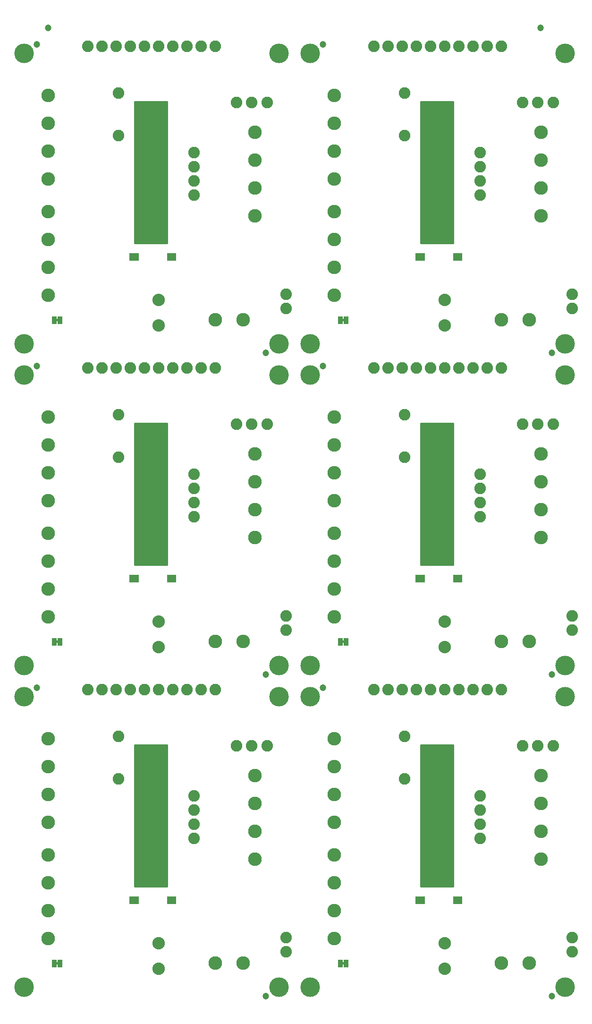
<source format=gbs>
G04 EAGLE Gerber RS-274X export*
G75*
%MOMM*%
%FSLAX34Y34*%
%LPD*%
%INSoldermask Bottom*%
%IPPOS*%
%AMOC8*
5,1,8,0,0,1.08239X$1,22.5*%
G01*
%ADD10C,3.505200*%
%ADD11C,1.203200*%
%ADD12C,2.453200*%
%ADD13C,2.235200*%
%ADD14C,2.082800*%
%ADD15R,0.838200X1.473200*%
%ADD16R,0.863600X1.473200*%

G36*
X795865Y1357817D02*
X795865Y1357817D01*
X795924Y1357815D01*
X796005Y1357837D01*
X796089Y1357848D01*
X796142Y1357872D01*
X796199Y1357887D01*
X796271Y1357930D01*
X796348Y1357965D01*
X796393Y1358002D01*
X796443Y1358032D01*
X796501Y1358094D01*
X796565Y1358148D01*
X796598Y1358197D01*
X796638Y1358240D01*
X796676Y1358315D01*
X796723Y1358385D01*
X796741Y1358441D01*
X796767Y1358493D01*
X796779Y1358561D01*
X796809Y1358656D01*
X796811Y1358756D01*
X796823Y1358824D01*
X796823Y1612824D01*
X796814Y1612882D01*
X796816Y1612940D01*
X796795Y1613022D01*
X796783Y1613105D01*
X796759Y1613159D01*
X796744Y1613215D01*
X796701Y1613288D01*
X796667Y1613365D01*
X796629Y1613409D01*
X796599Y1613460D01*
X796537Y1613517D01*
X796483Y1613582D01*
X796434Y1613614D01*
X796392Y1613654D01*
X796317Y1613693D01*
X796246Y1613739D01*
X796190Y1613757D01*
X796138Y1613784D01*
X796070Y1613795D01*
X795975Y1613825D01*
X795875Y1613828D01*
X795807Y1613839D01*
X737387Y1613839D01*
X737330Y1613831D01*
X737271Y1613832D01*
X737189Y1613811D01*
X737106Y1613799D01*
X737053Y1613775D01*
X736996Y1613761D01*
X736924Y1613718D01*
X736847Y1613683D01*
X736802Y1613645D01*
X736752Y1613615D01*
X736694Y1613554D01*
X736630Y1613499D01*
X736597Y1613451D01*
X736557Y1613408D01*
X736519Y1613333D01*
X736472Y1613263D01*
X736454Y1613207D01*
X736428Y1613155D01*
X736416Y1613087D01*
X736386Y1612992D01*
X736384Y1612892D01*
X736372Y1612824D01*
X736372Y1358824D01*
X736380Y1358766D01*
X736379Y1358707D01*
X736400Y1358626D01*
X736412Y1358542D01*
X736436Y1358489D01*
X736451Y1358432D01*
X736494Y1358360D01*
X736528Y1358283D01*
X736566Y1358238D01*
X736596Y1358188D01*
X736657Y1358130D01*
X736712Y1358066D01*
X736761Y1358034D01*
X736803Y1357993D01*
X736878Y1357955D01*
X736949Y1357908D01*
X737004Y1357891D01*
X737056Y1357864D01*
X737124Y1357853D01*
X737220Y1357823D01*
X737319Y1357820D01*
X737387Y1357809D01*
X795807Y1357809D01*
X795865Y1357817D01*
G37*
G36*
X282785Y1357817D02*
X282785Y1357817D01*
X282844Y1357815D01*
X282925Y1357837D01*
X283009Y1357848D01*
X283062Y1357872D01*
X283119Y1357887D01*
X283191Y1357930D01*
X283268Y1357965D01*
X283313Y1358002D01*
X283363Y1358032D01*
X283421Y1358094D01*
X283485Y1358148D01*
X283518Y1358197D01*
X283558Y1358240D01*
X283596Y1358315D01*
X283643Y1358385D01*
X283661Y1358441D01*
X283687Y1358493D01*
X283699Y1358561D01*
X283729Y1358656D01*
X283731Y1358756D01*
X283743Y1358824D01*
X283743Y1612824D01*
X283734Y1612882D01*
X283736Y1612940D01*
X283715Y1613022D01*
X283703Y1613105D01*
X283679Y1613159D01*
X283664Y1613215D01*
X283621Y1613288D01*
X283587Y1613365D01*
X283549Y1613409D01*
X283519Y1613460D01*
X283457Y1613517D01*
X283403Y1613582D01*
X283354Y1613614D01*
X283312Y1613654D01*
X283237Y1613693D01*
X283166Y1613739D01*
X283110Y1613757D01*
X283058Y1613784D01*
X282990Y1613795D01*
X282895Y1613825D01*
X282795Y1613828D01*
X282727Y1613839D01*
X224307Y1613839D01*
X224250Y1613831D01*
X224191Y1613832D01*
X224109Y1613811D01*
X224026Y1613799D01*
X223973Y1613775D01*
X223916Y1613761D01*
X223844Y1613718D01*
X223767Y1613683D01*
X223722Y1613645D01*
X223672Y1613615D01*
X223614Y1613554D01*
X223550Y1613499D01*
X223517Y1613451D01*
X223477Y1613408D01*
X223439Y1613333D01*
X223392Y1613263D01*
X223374Y1613207D01*
X223348Y1613155D01*
X223336Y1613087D01*
X223306Y1612992D01*
X223304Y1612892D01*
X223292Y1612824D01*
X223292Y1358824D01*
X223300Y1358766D01*
X223299Y1358707D01*
X223320Y1358626D01*
X223332Y1358542D01*
X223356Y1358489D01*
X223371Y1358432D01*
X223414Y1358360D01*
X223448Y1358283D01*
X223486Y1358238D01*
X223516Y1358188D01*
X223577Y1358130D01*
X223632Y1358066D01*
X223681Y1358034D01*
X223723Y1357993D01*
X223798Y1357955D01*
X223869Y1357908D01*
X223924Y1357891D01*
X223976Y1357864D01*
X224044Y1357853D01*
X224140Y1357823D01*
X224239Y1357820D01*
X224307Y1357809D01*
X282727Y1357809D01*
X282785Y1357817D01*
G37*
G36*
X282785Y781237D02*
X282785Y781237D01*
X282844Y781235D01*
X282925Y781257D01*
X283009Y781268D01*
X283062Y781292D01*
X283119Y781307D01*
X283191Y781350D01*
X283268Y781385D01*
X283313Y781422D01*
X283363Y781452D01*
X283421Y781514D01*
X283485Y781568D01*
X283518Y781617D01*
X283558Y781660D01*
X283596Y781735D01*
X283643Y781805D01*
X283661Y781861D01*
X283687Y781913D01*
X283699Y781981D01*
X283729Y782076D01*
X283731Y782176D01*
X283743Y782244D01*
X283743Y1036244D01*
X283734Y1036302D01*
X283736Y1036360D01*
X283715Y1036442D01*
X283703Y1036525D01*
X283679Y1036579D01*
X283664Y1036635D01*
X283621Y1036708D01*
X283587Y1036785D01*
X283549Y1036829D01*
X283519Y1036880D01*
X283457Y1036937D01*
X283403Y1037002D01*
X283354Y1037034D01*
X283312Y1037074D01*
X283237Y1037113D01*
X283166Y1037159D01*
X283110Y1037177D01*
X283058Y1037204D01*
X282990Y1037215D01*
X282895Y1037245D01*
X282795Y1037248D01*
X282727Y1037259D01*
X224307Y1037259D01*
X224250Y1037251D01*
X224191Y1037252D01*
X224109Y1037231D01*
X224026Y1037219D01*
X223973Y1037195D01*
X223916Y1037181D01*
X223844Y1037138D01*
X223767Y1037103D01*
X223722Y1037065D01*
X223672Y1037035D01*
X223614Y1036974D01*
X223550Y1036919D01*
X223517Y1036871D01*
X223477Y1036828D01*
X223439Y1036753D01*
X223392Y1036683D01*
X223374Y1036627D01*
X223348Y1036575D01*
X223336Y1036507D01*
X223306Y1036412D01*
X223304Y1036312D01*
X223292Y1036244D01*
X223292Y782244D01*
X223300Y782186D01*
X223299Y782127D01*
X223320Y782046D01*
X223332Y781962D01*
X223356Y781909D01*
X223371Y781852D01*
X223414Y781780D01*
X223448Y781703D01*
X223486Y781658D01*
X223516Y781608D01*
X223577Y781550D01*
X223632Y781486D01*
X223681Y781454D01*
X223723Y781413D01*
X223798Y781375D01*
X223869Y781328D01*
X223924Y781311D01*
X223976Y781284D01*
X224044Y781273D01*
X224140Y781243D01*
X224239Y781240D01*
X224307Y781229D01*
X282727Y781229D01*
X282785Y781237D01*
G37*
G36*
X795865Y781237D02*
X795865Y781237D01*
X795924Y781235D01*
X796005Y781257D01*
X796089Y781268D01*
X796142Y781292D01*
X796199Y781307D01*
X796271Y781350D01*
X796348Y781385D01*
X796393Y781422D01*
X796443Y781452D01*
X796501Y781514D01*
X796565Y781568D01*
X796598Y781617D01*
X796638Y781660D01*
X796676Y781735D01*
X796723Y781805D01*
X796741Y781861D01*
X796767Y781913D01*
X796779Y781981D01*
X796809Y782076D01*
X796811Y782176D01*
X796823Y782244D01*
X796823Y1036244D01*
X796814Y1036302D01*
X796816Y1036360D01*
X796795Y1036442D01*
X796783Y1036525D01*
X796759Y1036579D01*
X796744Y1036635D01*
X796701Y1036708D01*
X796667Y1036785D01*
X796629Y1036829D01*
X796599Y1036880D01*
X796537Y1036937D01*
X796483Y1037002D01*
X796434Y1037034D01*
X796392Y1037074D01*
X796317Y1037113D01*
X796246Y1037159D01*
X796190Y1037177D01*
X796138Y1037204D01*
X796070Y1037215D01*
X795975Y1037245D01*
X795875Y1037248D01*
X795807Y1037259D01*
X737387Y1037259D01*
X737330Y1037251D01*
X737271Y1037252D01*
X737189Y1037231D01*
X737106Y1037219D01*
X737053Y1037195D01*
X736996Y1037181D01*
X736924Y1037138D01*
X736847Y1037103D01*
X736802Y1037065D01*
X736752Y1037035D01*
X736694Y1036974D01*
X736630Y1036919D01*
X736597Y1036871D01*
X736557Y1036828D01*
X736519Y1036753D01*
X736472Y1036683D01*
X736454Y1036627D01*
X736428Y1036575D01*
X736416Y1036507D01*
X736386Y1036412D01*
X736384Y1036312D01*
X736372Y1036244D01*
X736372Y782244D01*
X736380Y782186D01*
X736379Y782127D01*
X736400Y782046D01*
X736412Y781962D01*
X736436Y781909D01*
X736451Y781852D01*
X736494Y781780D01*
X736528Y781703D01*
X736566Y781658D01*
X736596Y781608D01*
X736657Y781550D01*
X736712Y781486D01*
X736761Y781454D01*
X736803Y781413D01*
X736878Y781375D01*
X736949Y781328D01*
X737004Y781311D01*
X737056Y781284D01*
X737124Y781273D01*
X737220Y781243D01*
X737319Y781240D01*
X737387Y781229D01*
X795807Y781229D01*
X795865Y781237D01*
G37*
G36*
X795865Y204657D02*
X795865Y204657D01*
X795924Y204655D01*
X796005Y204677D01*
X796089Y204688D01*
X796142Y204712D01*
X796199Y204727D01*
X796271Y204770D01*
X796348Y204805D01*
X796393Y204842D01*
X796443Y204872D01*
X796501Y204934D01*
X796565Y204988D01*
X796598Y205037D01*
X796638Y205080D01*
X796676Y205155D01*
X796723Y205225D01*
X796741Y205281D01*
X796767Y205333D01*
X796779Y205401D01*
X796809Y205496D01*
X796811Y205596D01*
X796823Y205664D01*
X796823Y459664D01*
X796814Y459722D01*
X796816Y459780D01*
X796795Y459862D01*
X796783Y459945D01*
X796759Y459999D01*
X796744Y460055D01*
X796701Y460128D01*
X796667Y460205D01*
X796629Y460249D01*
X796599Y460300D01*
X796537Y460357D01*
X796483Y460422D01*
X796434Y460454D01*
X796392Y460494D01*
X796317Y460533D01*
X796246Y460579D01*
X796190Y460597D01*
X796138Y460624D01*
X796070Y460635D01*
X795975Y460665D01*
X795875Y460668D01*
X795807Y460679D01*
X737387Y460679D01*
X737330Y460671D01*
X737271Y460672D01*
X737189Y460651D01*
X737106Y460639D01*
X737053Y460615D01*
X736996Y460601D01*
X736924Y460558D01*
X736847Y460523D01*
X736802Y460485D01*
X736752Y460455D01*
X736694Y460394D01*
X736630Y460339D01*
X736597Y460291D01*
X736557Y460248D01*
X736519Y460173D01*
X736472Y460103D01*
X736454Y460047D01*
X736428Y459995D01*
X736416Y459927D01*
X736386Y459832D01*
X736384Y459732D01*
X736372Y459664D01*
X736372Y205664D01*
X736380Y205606D01*
X736379Y205547D01*
X736400Y205466D01*
X736412Y205382D01*
X736436Y205329D01*
X736451Y205272D01*
X736494Y205200D01*
X736528Y205123D01*
X736566Y205078D01*
X736596Y205028D01*
X736657Y204970D01*
X736712Y204906D01*
X736761Y204874D01*
X736803Y204833D01*
X736878Y204795D01*
X736949Y204748D01*
X737004Y204731D01*
X737056Y204704D01*
X737124Y204693D01*
X737220Y204663D01*
X737319Y204660D01*
X737387Y204649D01*
X795807Y204649D01*
X795865Y204657D01*
G37*
G36*
X282785Y204657D02*
X282785Y204657D01*
X282844Y204655D01*
X282925Y204677D01*
X283009Y204688D01*
X283062Y204712D01*
X283119Y204727D01*
X283191Y204770D01*
X283268Y204805D01*
X283313Y204842D01*
X283363Y204872D01*
X283421Y204934D01*
X283485Y204988D01*
X283518Y205037D01*
X283558Y205080D01*
X283596Y205155D01*
X283643Y205225D01*
X283661Y205281D01*
X283687Y205333D01*
X283699Y205401D01*
X283729Y205496D01*
X283731Y205596D01*
X283743Y205664D01*
X283743Y459664D01*
X283734Y459722D01*
X283736Y459780D01*
X283715Y459862D01*
X283703Y459945D01*
X283679Y459999D01*
X283664Y460055D01*
X283621Y460128D01*
X283587Y460205D01*
X283549Y460249D01*
X283519Y460300D01*
X283457Y460357D01*
X283403Y460422D01*
X283354Y460454D01*
X283312Y460494D01*
X283237Y460533D01*
X283166Y460579D01*
X283110Y460597D01*
X283058Y460624D01*
X282990Y460635D01*
X282895Y460665D01*
X282795Y460668D01*
X282727Y460679D01*
X224307Y460679D01*
X224250Y460671D01*
X224191Y460672D01*
X224109Y460651D01*
X224026Y460639D01*
X223973Y460615D01*
X223916Y460601D01*
X223844Y460558D01*
X223767Y460523D01*
X223722Y460485D01*
X223672Y460455D01*
X223614Y460394D01*
X223550Y460339D01*
X223517Y460291D01*
X223477Y460248D01*
X223439Y460173D01*
X223392Y460103D01*
X223374Y460047D01*
X223348Y459995D01*
X223336Y459927D01*
X223306Y459832D01*
X223304Y459732D01*
X223292Y459664D01*
X223292Y205664D01*
X223300Y205606D01*
X223299Y205547D01*
X223320Y205466D01*
X223332Y205382D01*
X223356Y205329D01*
X223371Y205272D01*
X223414Y205200D01*
X223448Y205123D01*
X223486Y205078D01*
X223516Y205028D01*
X223577Y204970D01*
X223632Y204906D01*
X223681Y204874D01*
X223723Y204833D01*
X223798Y204795D01*
X223869Y204748D01*
X223924Y204731D01*
X223976Y204704D01*
X224044Y204693D01*
X224140Y204663D01*
X224239Y204660D01*
X224307Y204649D01*
X282727Y204649D01*
X282785Y204657D01*
G37*
G36*
X600368Y1219619D02*
X600368Y1219619D01*
X600434Y1219621D01*
X600478Y1219638D01*
X600524Y1219647D01*
X600581Y1219680D01*
X600642Y1219705D01*
X600677Y1219737D01*
X600718Y1219761D01*
X600759Y1219812D01*
X600808Y1219856D01*
X600829Y1219899D01*
X600859Y1219935D01*
X600880Y1219997D01*
X600910Y1220056D01*
X600918Y1220110D01*
X600931Y1220148D01*
X600930Y1220187D01*
X600938Y1220241D01*
X600938Y1222781D01*
X600926Y1222846D01*
X600924Y1222912D01*
X600907Y1222956D01*
X600898Y1223002D01*
X600865Y1223059D01*
X600840Y1223120D01*
X600808Y1223155D01*
X600784Y1223195D01*
X600733Y1223237D01*
X600689Y1223285D01*
X600647Y1223307D01*
X600610Y1223337D01*
X600548Y1223358D01*
X600489Y1223388D01*
X600435Y1223396D01*
X600397Y1223409D01*
X600358Y1223408D01*
X600304Y1223416D01*
X596494Y1223416D01*
X596429Y1223404D01*
X596363Y1223402D01*
X596319Y1223384D01*
X596273Y1223376D01*
X596216Y1223342D01*
X596155Y1223318D01*
X596120Y1223286D01*
X596080Y1223262D01*
X596038Y1223211D01*
X595990Y1223166D01*
X595968Y1223124D01*
X595938Y1223088D01*
X595917Y1223025D01*
X595887Y1222967D01*
X595879Y1222912D01*
X595866Y1222875D01*
X595866Y1222872D01*
X595867Y1222835D01*
X595859Y1222781D01*
X595859Y1220241D01*
X595871Y1220177D01*
X595873Y1220111D01*
X595891Y1220067D01*
X595899Y1220021D01*
X595933Y1219964D01*
X595957Y1219903D01*
X595989Y1219868D01*
X596013Y1219827D01*
X596064Y1219786D01*
X596109Y1219737D01*
X596151Y1219716D01*
X596187Y1219686D01*
X596250Y1219665D01*
X596308Y1219635D01*
X596363Y1219627D01*
X596400Y1219614D01*
X596439Y1219615D01*
X596494Y1219607D01*
X600304Y1219607D01*
X600368Y1219619D01*
G37*
G36*
X87288Y1219619D02*
X87288Y1219619D01*
X87354Y1219621D01*
X87398Y1219638D01*
X87444Y1219647D01*
X87501Y1219680D01*
X87562Y1219705D01*
X87597Y1219737D01*
X87638Y1219761D01*
X87679Y1219812D01*
X87728Y1219856D01*
X87749Y1219899D01*
X87779Y1219935D01*
X87800Y1219997D01*
X87830Y1220056D01*
X87838Y1220110D01*
X87851Y1220148D01*
X87850Y1220187D01*
X87858Y1220241D01*
X87858Y1222781D01*
X87846Y1222846D01*
X87844Y1222912D01*
X87827Y1222956D01*
X87818Y1223002D01*
X87785Y1223059D01*
X87760Y1223120D01*
X87728Y1223155D01*
X87704Y1223195D01*
X87653Y1223237D01*
X87609Y1223285D01*
X87567Y1223307D01*
X87530Y1223337D01*
X87468Y1223358D01*
X87409Y1223388D01*
X87355Y1223396D01*
X87317Y1223409D01*
X87278Y1223408D01*
X87224Y1223416D01*
X83414Y1223416D01*
X83349Y1223404D01*
X83283Y1223402D01*
X83239Y1223384D01*
X83193Y1223376D01*
X83136Y1223342D01*
X83075Y1223318D01*
X83040Y1223286D01*
X83000Y1223262D01*
X82958Y1223211D01*
X82910Y1223166D01*
X82888Y1223124D01*
X82858Y1223088D01*
X82837Y1223025D01*
X82807Y1222967D01*
X82799Y1222912D01*
X82786Y1222875D01*
X82786Y1222872D01*
X82787Y1222835D01*
X82779Y1222781D01*
X82779Y1220241D01*
X82791Y1220177D01*
X82793Y1220111D01*
X82811Y1220067D01*
X82819Y1220021D01*
X82853Y1219964D01*
X82877Y1219903D01*
X82909Y1219868D01*
X82933Y1219827D01*
X82984Y1219786D01*
X83029Y1219737D01*
X83071Y1219716D01*
X83107Y1219686D01*
X83170Y1219665D01*
X83228Y1219635D01*
X83283Y1219627D01*
X83320Y1219614D01*
X83359Y1219615D01*
X83414Y1219607D01*
X87224Y1219607D01*
X87288Y1219619D01*
G37*
G36*
X600368Y643039D02*
X600368Y643039D01*
X600434Y643041D01*
X600478Y643058D01*
X600524Y643067D01*
X600581Y643100D01*
X600642Y643125D01*
X600677Y643157D01*
X600718Y643181D01*
X600759Y643232D01*
X600808Y643276D01*
X600829Y643319D01*
X600859Y643355D01*
X600880Y643417D01*
X600910Y643476D01*
X600918Y643530D01*
X600931Y643568D01*
X600930Y643607D01*
X600938Y643661D01*
X600938Y646201D01*
X600926Y646266D01*
X600924Y646332D01*
X600907Y646376D01*
X600898Y646422D01*
X600865Y646479D01*
X600840Y646540D01*
X600808Y646575D01*
X600784Y646615D01*
X600733Y646657D01*
X600689Y646705D01*
X600647Y646727D01*
X600610Y646757D01*
X600548Y646778D01*
X600489Y646808D01*
X600435Y646816D01*
X600397Y646829D01*
X600358Y646828D01*
X600304Y646836D01*
X596494Y646836D01*
X596429Y646824D01*
X596363Y646822D01*
X596319Y646804D01*
X596273Y646796D01*
X596216Y646762D01*
X596155Y646738D01*
X596120Y646706D01*
X596080Y646682D01*
X596038Y646631D01*
X595990Y646586D01*
X595968Y646544D01*
X595938Y646508D01*
X595917Y646445D01*
X595887Y646387D01*
X595879Y646332D01*
X595866Y646295D01*
X595866Y646292D01*
X595867Y646255D01*
X595859Y646201D01*
X595859Y643661D01*
X595871Y643597D01*
X595873Y643531D01*
X595891Y643487D01*
X595899Y643441D01*
X595933Y643384D01*
X595957Y643323D01*
X595989Y643288D01*
X596013Y643247D01*
X596064Y643206D01*
X596109Y643157D01*
X596151Y643136D01*
X596187Y643106D01*
X596250Y643085D01*
X596308Y643055D01*
X596363Y643047D01*
X596400Y643034D01*
X596439Y643035D01*
X596494Y643027D01*
X600304Y643027D01*
X600368Y643039D01*
G37*
G36*
X87288Y643039D02*
X87288Y643039D01*
X87354Y643041D01*
X87398Y643058D01*
X87444Y643067D01*
X87501Y643100D01*
X87562Y643125D01*
X87597Y643157D01*
X87638Y643181D01*
X87679Y643232D01*
X87728Y643276D01*
X87749Y643319D01*
X87779Y643355D01*
X87800Y643417D01*
X87830Y643476D01*
X87838Y643530D01*
X87851Y643568D01*
X87850Y643607D01*
X87858Y643661D01*
X87858Y646201D01*
X87846Y646266D01*
X87844Y646332D01*
X87827Y646376D01*
X87818Y646422D01*
X87785Y646479D01*
X87760Y646540D01*
X87728Y646575D01*
X87704Y646615D01*
X87653Y646657D01*
X87609Y646705D01*
X87567Y646727D01*
X87530Y646757D01*
X87468Y646778D01*
X87409Y646808D01*
X87355Y646816D01*
X87317Y646829D01*
X87278Y646828D01*
X87224Y646836D01*
X83414Y646836D01*
X83349Y646824D01*
X83283Y646822D01*
X83239Y646804D01*
X83193Y646796D01*
X83136Y646762D01*
X83075Y646738D01*
X83040Y646706D01*
X83000Y646682D01*
X82958Y646631D01*
X82910Y646586D01*
X82888Y646544D01*
X82858Y646508D01*
X82837Y646445D01*
X82807Y646387D01*
X82799Y646332D01*
X82786Y646295D01*
X82786Y646292D01*
X82787Y646255D01*
X82779Y646201D01*
X82779Y643661D01*
X82791Y643597D01*
X82793Y643531D01*
X82811Y643487D01*
X82819Y643441D01*
X82853Y643384D01*
X82877Y643323D01*
X82909Y643288D01*
X82933Y643247D01*
X82984Y643206D01*
X83029Y643157D01*
X83071Y643136D01*
X83107Y643106D01*
X83170Y643085D01*
X83228Y643055D01*
X83283Y643047D01*
X83320Y643034D01*
X83359Y643035D01*
X83414Y643027D01*
X87224Y643027D01*
X87288Y643039D01*
G37*
G36*
X600368Y66459D02*
X600368Y66459D01*
X600434Y66461D01*
X600478Y66478D01*
X600524Y66487D01*
X600581Y66520D01*
X600642Y66545D01*
X600677Y66577D01*
X600718Y66601D01*
X600759Y66652D01*
X600808Y66696D01*
X600829Y66739D01*
X600859Y66775D01*
X600880Y66837D01*
X600910Y66896D01*
X600918Y66950D01*
X600931Y66988D01*
X600930Y67027D01*
X600938Y67081D01*
X600938Y69621D01*
X600926Y69686D01*
X600924Y69752D01*
X600907Y69796D01*
X600898Y69842D01*
X600865Y69899D01*
X600840Y69960D01*
X600808Y69995D01*
X600784Y70035D01*
X600733Y70077D01*
X600689Y70125D01*
X600647Y70147D01*
X600610Y70177D01*
X600548Y70198D01*
X600489Y70228D01*
X600435Y70236D01*
X600397Y70249D01*
X600358Y70248D01*
X600304Y70256D01*
X596494Y70256D01*
X596429Y70244D01*
X596363Y70242D01*
X596319Y70224D01*
X596273Y70216D01*
X596216Y70182D01*
X596155Y70158D01*
X596120Y70126D01*
X596080Y70102D01*
X596038Y70051D01*
X595990Y70006D01*
X595968Y69964D01*
X595938Y69928D01*
X595917Y69865D01*
X595887Y69807D01*
X595879Y69752D01*
X595866Y69715D01*
X595866Y69712D01*
X595867Y69675D01*
X595859Y69621D01*
X595859Y67081D01*
X595871Y67017D01*
X595873Y66951D01*
X595891Y66907D01*
X595899Y66861D01*
X595933Y66804D01*
X595957Y66743D01*
X595989Y66708D01*
X596013Y66667D01*
X596064Y66626D01*
X596109Y66577D01*
X596151Y66556D01*
X596187Y66526D01*
X596250Y66505D01*
X596308Y66475D01*
X596363Y66467D01*
X596400Y66454D01*
X596439Y66455D01*
X596494Y66447D01*
X600304Y66447D01*
X600368Y66459D01*
G37*
G36*
X87288Y66459D02*
X87288Y66459D01*
X87354Y66461D01*
X87398Y66478D01*
X87444Y66487D01*
X87501Y66520D01*
X87562Y66545D01*
X87597Y66577D01*
X87638Y66601D01*
X87679Y66652D01*
X87728Y66696D01*
X87749Y66739D01*
X87779Y66775D01*
X87800Y66837D01*
X87830Y66896D01*
X87838Y66950D01*
X87851Y66988D01*
X87850Y67027D01*
X87858Y67081D01*
X87858Y69621D01*
X87846Y69686D01*
X87844Y69752D01*
X87827Y69796D01*
X87818Y69842D01*
X87785Y69899D01*
X87760Y69960D01*
X87728Y69995D01*
X87704Y70035D01*
X87653Y70077D01*
X87609Y70125D01*
X87567Y70147D01*
X87530Y70177D01*
X87468Y70198D01*
X87409Y70228D01*
X87355Y70236D01*
X87317Y70249D01*
X87278Y70248D01*
X87224Y70256D01*
X83414Y70256D01*
X83349Y70244D01*
X83283Y70242D01*
X83239Y70224D01*
X83193Y70216D01*
X83136Y70182D01*
X83075Y70158D01*
X83040Y70126D01*
X83000Y70102D01*
X82958Y70051D01*
X82910Y70006D01*
X82888Y69964D01*
X82858Y69928D01*
X82837Y69865D01*
X82807Y69807D01*
X82799Y69752D01*
X82786Y69715D01*
X82786Y69712D01*
X82787Y69675D01*
X82779Y69621D01*
X82779Y67081D01*
X82791Y67017D01*
X82793Y66951D01*
X82811Y66907D01*
X82819Y66861D01*
X82853Y66804D01*
X82877Y66743D01*
X82909Y66708D01*
X82933Y66667D01*
X82984Y66626D01*
X83029Y66577D01*
X83071Y66556D01*
X83107Y66526D01*
X83170Y66505D01*
X83228Y66475D01*
X83283Y66467D01*
X83320Y66454D01*
X83359Y66455D01*
X83414Y66447D01*
X87224Y66447D01*
X87288Y66459D01*
G37*
D10*
X25400Y25400D03*
X482600Y25400D03*
X482600Y546100D03*
X25400Y546100D03*
D11*
X49047Y562432D03*
X459080Y9423D03*
D12*
X68580Y112960D03*
X68580Y162960D03*
X68580Y212960D03*
X68580Y262960D03*
X418700Y68580D03*
X368700Y68580D03*
D13*
X266700Y58420D03*
X266700Y104140D03*
D12*
X439420Y405200D03*
X439420Y355200D03*
X439420Y305200D03*
X439420Y255200D03*
D14*
X330200Y368300D03*
X330200Y342900D03*
X330200Y317500D03*
X330200Y292100D03*
X495300Y88900D03*
X495300Y114300D03*
X195123Y475005D03*
X195123Y398805D03*
D12*
X68580Y321240D03*
X68580Y371240D03*
X68580Y421240D03*
X68580Y471240D03*
D14*
X461391Y458445D03*
X434213Y458445D03*
X407035Y458445D03*
X368300Y558800D03*
X342900Y558800D03*
X317500Y558800D03*
X292100Y558800D03*
X266700Y558800D03*
X241300Y558800D03*
X215900Y558800D03*
X190500Y558800D03*
X165100Y558800D03*
X139700Y558800D03*
D15*
X286258Y181102D03*
X294386Y181102D03*
X219202Y181102D03*
X227330Y181102D03*
D16*
X80112Y68351D03*
X90526Y68351D03*
D10*
X538480Y25400D03*
X995680Y25400D03*
X995680Y546100D03*
X538480Y546100D03*
D11*
X562127Y562432D03*
X972160Y9423D03*
D12*
X581660Y112960D03*
X581660Y162960D03*
X581660Y212960D03*
X581660Y262960D03*
X931780Y68580D03*
X881780Y68580D03*
D13*
X779780Y58420D03*
X779780Y104140D03*
D12*
X952500Y405200D03*
X952500Y355200D03*
X952500Y305200D03*
X952500Y255200D03*
D14*
X843280Y368300D03*
X843280Y342900D03*
X843280Y317500D03*
X843280Y292100D03*
X1008380Y88900D03*
X1008380Y114300D03*
X708203Y475005D03*
X708203Y398805D03*
D12*
X581660Y321240D03*
X581660Y371240D03*
X581660Y421240D03*
X581660Y471240D03*
D14*
X974471Y458445D03*
X947293Y458445D03*
X920115Y458445D03*
X881380Y558800D03*
X855980Y558800D03*
X830580Y558800D03*
X805180Y558800D03*
X779780Y558800D03*
X754380Y558800D03*
X728980Y558800D03*
X703580Y558800D03*
X678180Y558800D03*
X652780Y558800D03*
D15*
X799338Y181102D03*
X807466Y181102D03*
X732282Y181102D03*
X740410Y181102D03*
D16*
X593192Y68351D03*
X603606Y68351D03*
D10*
X25400Y601980D03*
X482600Y601980D03*
X482600Y1122680D03*
X25400Y1122680D03*
D11*
X49047Y1139012D03*
X459080Y586003D03*
D12*
X68580Y689540D03*
X68580Y739540D03*
X68580Y789540D03*
X68580Y839540D03*
X418700Y645160D03*
X368700Y645160D03*
D13*
X266700Y635000D03*
X266700Y680720D03*
D12*
X439420Y981780D03*
X439420Y931780D03*
X439420Y881780D03*
X439420Y831780D03*
D14*
X330200Y944880D03*
X330200Y919480D03*
X330200Y894080D03*
X330200Y868680D03*
X495300Y665480D03*
X495300Y690880D03*
X195123Y1051585D03*
X195123Y975385D03*
D12*
X68580Y897820D03*
X68580Y947820D03*
X68580Y997820D03*
X68580Y1047820D03*
D14*
X461391Y1035025D03*
X434213Y1035025D03*
X407035Y1035025D03*
X368300Y1135380D03*
X342900Y1135380D03*
X317500Y1135380D03*
X292100Y1135380D03*
X266700Y1135380D03*
X241300Y1135380D03*
X215900Y1135380D03*
X190500Y1135380D03*
X165100Y1135380D03*
X139700Y1135380D03*
D15*
X286258Y757682D03*
X294386Y757682D03*
X219202Y757682D03*
X227330Y757682D03*
D16*
X80112Y644931D03*
X90526Y644931D03*
D10*
X538480Y601980D03*
X995680Y601980D03*
X995680Y1122680D03*
X538480Y1122680D03*
D11*
X562127Y1139012D03*
X972160Y586003D03*
D12*
X581660Y689540D03*
X581660Y739540D03*
X581660Y789540D03*
X581660Y839540D03*
X931780Y645160D03*
X881780Y645160D03*
D13*
X779780Y635000D03*
X779780Y680720D03*
D12*
X952500Y981780D03*
X952500Y931780D03*
X952500Y881780D03*
X952500Y831780D03*
D14*
X843280Y944880D03*
X843280Y919480D03*
X843280Y894080D03*
X843280Y868680D03*
X1008380Y665480D03*
X1008380Y690880D03*
X708203Y1051585D03*
X708203Y975385D03*
D12*
X581660Y897820D03*
X581660Y947820D03*
X581660Y997820D03*
X581660Y1047820D03*
D14*
X974471Y1035025D03*
X947293Y1035025D03*
X920115Y1035025D03*
X881380Y1135380D03*
X855980Y1135380D03*
X830580Y1135380D03*
X805180Y1135380D03*
X779780Y1135380D03*
X754380Y1135380D03*
X728980Y1135380D03*
X703580Y1135380D03*
X678180Y1135380D03*
X652780Y1135380D03*
D15*
X799338Y757682D03*
X807466Y757682D03*
X732282Y757682D03*
X740410Y757682D03*
D16*
X593192Y644931D03*
X603606Y644931D03*
D10*
X25400Y1178560D03*
X482600Y1178560D03*
X482600Y1699260D03*
X25400Y1699260D03*
D11*
X49047Y1715592D03*
X459080Y1162583D03*
D12*
X68580Y1266120D03*
X68580Y1316120D03*
X68580Y1366120D03*
X68580Y1416120D03*
X418700Y1221740D03*
X368700Y1221740D03*
D13*
X266700Y1211580D03*
X266700Y1257300D03*
D12*
X439420Y1558360D03*
X439420Y1508360D03*
X439420Y1458360D03*
X439420Y1408360D03*
D14*
X330200Y1521460D03*
X330200Y1496060D03*
X330200Y1470660D03*
X330200Y1445260D03*
X495300Y1242060D03*
X495300Y1267460D03*
X195123Y1628165D03*
X195123Y1551965D03*
D12*
X68580Y1474400D03*
X68580Y1524400D03*
X68580Y1574400D03*
X68580Y1624400D03*
D14*
X461391Y1611605D03*
X434213Y1611605D03*
X407035Y1611605D03*
X368300Y1711960D03*
X342900Y1711960D03*
X317500Y1711960D03*
X292100Y1711960D03*
X266700Y1711960D03*
X241300Y1711960D03*
X215900Y1711960D03*
X190500Y1711960D03*
X165100Y1711960D03*
X139700Y1711960D03*
D15*
X286258Y1334262D03*
X294386Y1334262D03*
X219202Y1334262D03*
X227330Y1334262D03*
D16*
X80112Y1221511D03*
X90526Y1221511D03*
D10*
X538480Y1178560D03*
X995680Y1178560D03*
X995680Y1699260D03*
X538480Y1699260D03*
D11*
X562127Y1715592D03*
X972160Y1162583D03*
D12*
X581660Y1266120D03*
X581660Y1316120D03*
X581660Y1366120D03*
X581660Y1416120D03*
X931780Y1221740D03*
X881780Y1221740D03*
D13*
X779780Y1211580D03*
X779780Y1257300D03*
D12*
X952500Y1558360D03*
X952500Y1508360D03*
X952500Y1458360D03*
X952500Y1408360D03*
D14*
X843280Y1521460D03*
X843280Y1496060D03*
X843280Y1470660D03*
X843280Y1445260D03*
X1008380Y1242060D03*
X1008380Y1267460D03*
X708203Y1628165D03*
X708203Y1551965D03*
D12*
X581660Y1474400D03*
X581660Y1524400D03*
X581660Y1574400D03*
X581660Y1624400D03*
D14*
X974471Y1611605D03*
X947293Y1611605D03*
X920115Y1611605D03*
X881380Y1711960D03*
X855980Y1711960D03*
X830580Y1711960D03*
X805180Y1711960D03*
X779780Y1711960D03*
X754380Y1711960D03*
X728980Y1711960D03*
X703580Y1711960D03*
X678180Y1711960D03*
X652780Y1711960D03*
D15*
X799338Y1334262D03*
X807466Y1334262D03*
X732282Y1334262D03*
X740410Y1334262D03*
D16*
X593192Y1221511D03*
X603606Y1221511D03*
D11*
X68580Y1745615D03*
X951865Y1745615D03*
M02*

</source>
